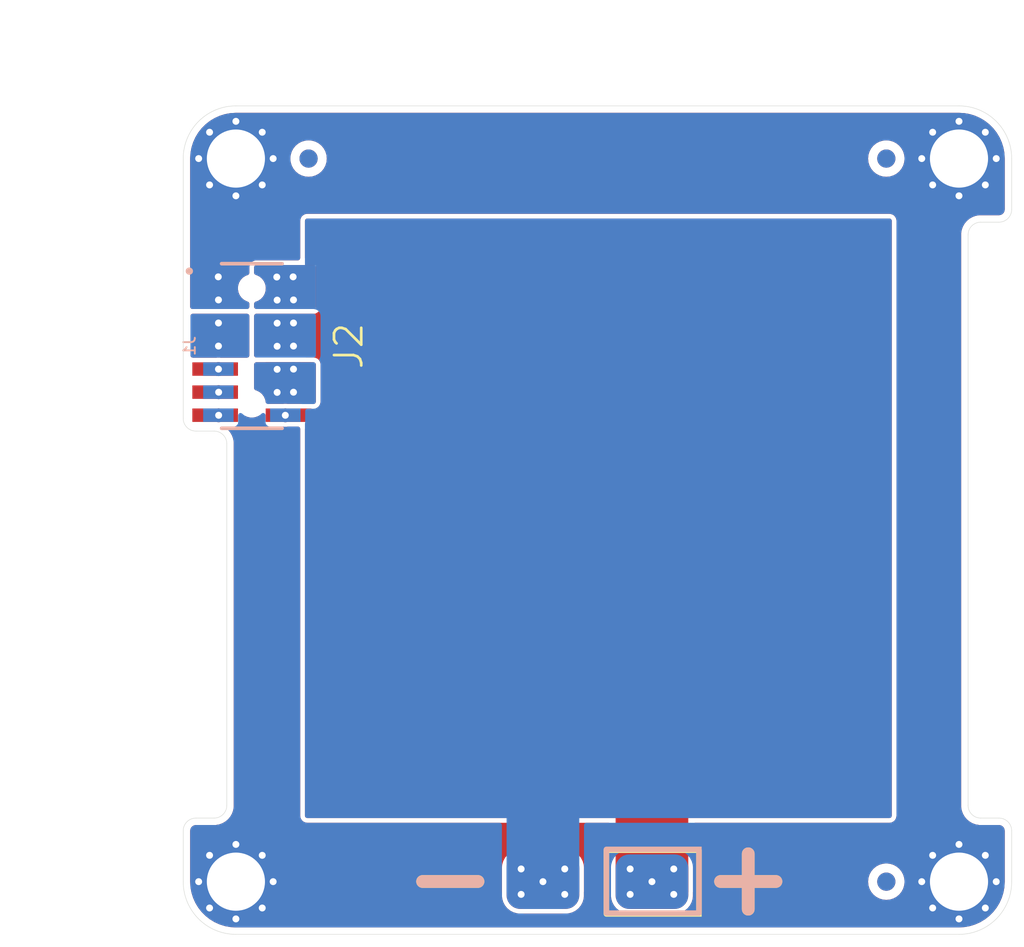
<source format=kicad_pcb>
(kicad_pcb (version 20221018) (generator pcbnew)
  (layers (0 "F.Cu" signal) (31 "B.Cu" signal) (34 "B.Paste" user) (35 "F.Paste" user) (36 "B.SilkS" user "B.Silkscreen") (37 "F.SilkS" user "F.Silkscreen") (38 "B.Mask" user) (39 "F.Mask" user) (44 "Edge.Cuts" user))
  (net 0 "")
  (net 1 "BATT_P_SW")
  (net 2 "BATT_N_SW")
  (net 3 "GND")
  (net 4 "+3V3")
  (net 5 "BATT_P")
  (net 6 "SDA1")
  (net 7 "SCL1")
  (net 8 "COIL5_P")
  (net 9 "COIL5_N")
  (footprint "mainboard:MountingHole" (layer "F.Cu") (at 123.1 85.4 -90)
    (fp_text reference "H2" hide)
    (fp_text value "MountingHole_Pad")
    (pad "1" thru_hole circle (at -2.05 0 270) (size 0.762 0.762) (drill 0.381) (layers "*.Cu" "*.Mask") (net 3 "GND"))
    (pad "1" thru_hole circle (at -1.4495 -1.4495 270) (size 0.762 0.762) (drill 0.381) (layers "*.Cu" "*.Mask") (net 3 "GND"))
    (pad "1" thru_hole circle (at -1.4495 1.4495 270) (size 0.762 0.762) (drill 0.381) (layers "*.Cu" "*.Mask") (net 3 "GND"))
    (pad "1" thru_hole circle (at 0 -2.05 270) (size 0.762 0.762) (drill 0.381) (layers "*.Cu" "*.Mask") (net 3 "GND"))
    (pad "1" thru_hole circle (at 0 0 270) (size 5 5) (drill 3.2) (layers "*.Cu" "*.Mask") (net 3 "GND"))
    (pad "1" thru_hole circle (at 0 2.05 270) (size 0.762 0.762) (drill 0.381) (layers "*.Cu" "*.Mask") (net 3 "GND"))
    (pad "1" thru_hole circle (at 1.4495 -1.4495 270) (size 0.762 0.762) (drill 0.381) (layers "*.Cu" "*.Mask") (net 3 "GND"))
    (pad "1" thru_hole circle (at 1.4495 1.4495 270) (size 0.762 0.762) (drill 0.381) (layers "*.Cu" "*.Mask") (net 3 "GND"))
    (pad "1" thru_hole circle (at 2.05 0 270) (size 0.762 0.762) (drill 0.381) (layers "*.Cu" "*.Mask") (net 3 "GND"))
  )
  (footprint "mainboard:MountingHole" (layer "F.Cu") (at 83.3 85.4 -90)
    (fp_text reference "H3" hide)
    (fp_text value "MountingHole_Pad")
    (pad "1" thru_hole circle (at -2.05 0 270) (size 0.762 0.762) (drill 0.381) (layers "*.Cu" "*.Mask") (net 3 "GND"))
    (pad "1" thru_hole circle (at -1.4495 -1.4495 270) (size 0.762 0.762) (drill 0.381) (layers "*.Cu" "*.Mask") (net 3 "GND"))
    (pad "1" thru_hole circle (at -1.4495 1.4495 270) (size 0.762 0.762) (drill 0.381) (layers "*.Cu" "*.Mask") (net 3 "GND"))
    (pad "1" thru_hole circle (at 0 -2.05 270) (size 0.762 0.762) (drill 0.381) (layers "*.Cu" "*.Mask") (net 3 "GND"))
    (pad "1" thru_hole circle (at 0 0 270) (size 5 5) (drill 3.2) (layers "*.Cu" "*.Mask") (net 3 "GND"))
    (pad "1" thru_hole circle (at 0 2.05 270) (size 0.762 0.762) (drill 0.381) (layers "*.Cu" "*.Mask") (net 3 "GND"))
    (pad "1" thru_hole circle (at 1.4495 -1.4495 270) (size 0.762 0.762) (drill 0.381) (layers "*.Cu" "*.Mask") (net 3 "GND"))
    (pad "1" thru_hole circle (at 1.4495 1.4495 270) (size 0.762 0.762) (drill 0.381) (layers "*.Cu" "*.Mask") (net 3 "GND"))
    (pad "1" thru_hole circle (at 2.05 0 270) (size 0.762 0.762) (drill 0.381) (layers "*.Cu" "*.Mask") (net 3 "GND"))
  )
  (footprint "batteryboard:Battery Pads" (layer "F.Cu") (at 103.2 85.4 180)
    (fp_text reference "J3" hide)
    (fp_text value "Battery Pads")
    (fp_rect (start -5.588 -1.778) (end -0.492 1.73) (stroke (width 0.3)) (fill none) (layer "F.SilkS"))
    (pad "1" smd roundrect (at -3 0 180) (size 4 3) (layers "F.Cu" "F.Paste" "F.Mask") (net 1 "BATT_P_SW"))
    (pad "2" smd roundrect (at 3 0 180) (size 4 3) (layers "F.Cu" "F.Paste" "F.Mask") (net 2 "BATT_N_SW"))
  )
  (footprint "batteryboard:SAMTEC-FTS-107-01-X-DV-A" (layer "F.Cu") (at 84.177987 55.915124 -90)
    (fp_text reference "J2" (at 0 -5.334 90) (layer "F.SilkS") (effects (font (size 1.5 1.5))))
    (fp_text value "FTS-107-01-X-DV-A")
    (pad "" np_thru_hole circle (at -3.175 0 270) (size 1.02 1.02) (drill 1.02) (layers "*.Cu" "*.Mask"))
    (pad "" np_thru_hole circle (at 3.175 0 270) (size 1.02 1.02) (drill 1.02) (layers "*.Cu" "*.Mask"))
    (pad "1" smd rect (at -3.81 2.0203 270) (size 0.74 2.5126) (layers "F.Cu" "F.Paste") (net 3 "GND"))
    (pad "2" smd rect (at -3.81 -2.0193 270) (size 0.74 2.5146) (layers "F.Cu" "F.Paste") (net 2 "BATT_N_SW"))
    (pad "3" smd rect (at -2.54 2.0203 270) (size 0.74 2.5126) (layers "F.Cu" "F.Paste") (net 3 "GND"))
    (pad "4" smd rect (at -2.54 -2.0193 270) (size 0.74 2.5146) (layers "F.Cu" "F.Paste") (net 2 "BATT_N_SW"))
    (pad "5" smd rect (at -1.27 2.0203 270) (size 0.74 2.5126) (layers "F.Cu" "F.Paste") (net 4 "+3V3"))
    (pad "6" smd rect (at -1.27 -2.0193 270) (size 0.74 2.5146) (layers "F.Cu" "F.Paste") (net 1 "BATT_P_SW"))
    (pad "7" smd rect (at 0 2.0193 270) (size 0.74 2.5146) (layers "F.Cu" "F.Paste") (net 4 "+3V3"))
    (pad "8" smd rect (at 0 -2.0193 270) (size 0.74 2.5146) (layers "F.Cu" "F.Paste") (net 1 "BATT_P_SW"))
    (pad "9" smd rect (at 1.27 2.0203 270) (size 0.74 2.5126) (layers "F.Cu" "F.Paste") (net 7 "SCL1"))
    (pad "10" smd rect (at 1.27 -2.0193 270) (size 0.74 2.5146) (layers "F.Cu" "F.Paste") (net 5 "BATT_P"))
    (pad "11" smd rect (at 2.54 2.0203 270) (size 0.74 2.5126) (layers "F.Cu" "F.Paste") (net 6 "SDA1"))
    (pad "12" smd rect (at 2.54 -2.0193 270) (size 0.74 2.5146) (layers "F.Cu" "F.Paste") (net 5 "BATT_P"))
    (pad "13" smd rect (at 3.81 2.0203 270) (size 0.74 2.5126) (layers "F.Cu" "F.Paste") (net 8 "COIL5_P"))
    (pad "14" smd rect (at 3.81 -2.0193 270) (size 0.74 2.5146) (layers "F.Cu" "F.Paste") (net 9 "COIL5_N"))
  )
  (footprint "Fiducial:Fiducial_1mm_Mask2mm" (layer "F.Cu") (at 119.1 85.4)
    (fp_text reference "REF**" hide)
    (fp_text value "Fiducial_1mm_Mask2mm")
    (pad "" smd circle (at 0 0) (size 1 1) (layers "F.Cu" "F.Mask") (clearance 0.5))
  )
  (footprint "custom-footprints:pycubed_mini_half" (layer "F.Cu") (at 103.9 45)
    (fp_text reference "Ref**" hide)
    (fp_text value "Val**" hide)
  )
  (footprint "mainboard:MountingHole" (layer "F.Cu") (at 83.3 45.6 -90)
    (fp_text reference "H4" hide)
    (fp_text value "MountingHole_Pad")
    (pad "1" thru_hole circle (at -2.05 0 270) (size 0.762 0.762) (drill 0.381) (layers "*.Cu" "*.Mask") (net 3 "GND"))
    (pad "1" thru_hole circle (at -1.4495 -1.4495 270) (size 0.762 0.762) (drill 0.381) (layers "*.Cu" "*.Mask") (net 3 "GND"))
    (pad "1" thru_hole circle (at -1.4495 1.4495 270) (size 0.762 0.762) (drill 0.381) (layers "*.Cu" "*.Mask") (net 3 "GND"))
    (pad "1" thru_hole circle (at 0 -2.05 270) (size 0.762 0.762) (drill 0.381) (layers "*.Cu" "*.Mask") (net 3 "GND"))
    (pad "1" thru_hole circle (at 0 0 270) (size 5 5) (drill 3.2) (layers "*.Cu" "*.Mask") (net 3 "GND"))
    (pad "1" thru_hole circle (at 0 2.05 270) (size 0.762 0.762) (drill 0.381) (layers "*.Cu" "*.Mask") (net 3 "GND"))
    (pad "1" thru_hole circle (at 1.4495 -1.4495 270) (size 0.762 0.762) (drill 0.381) (layers "*.Cu" "*.Mask") (net 3 "GND"))
    (pad "1" thru_hole circle (at 1.4495 1.4495 270) (size 0.762 0.762) (drill 0.381) (layers "*.Cu" "*.Mask") (net 3 "GND"))
    (pad "1" thru_hole circle (at 2.05 0 270) (size 0.762 0.762) (drill 0.381) (layers "*.Cu" "*.Mask") (net 3 "GND"))
  )
  (footprint "mainboard:MountingHole" (layer "F.Cu") (at 123.1 45.6 -90)
    (fp_text reference "H1" hide)
    (fp_text value "MountingHole_Pad")
    (pad "1" thru_hole circle (at -2.05 0 270) (size 0.762 0.762) (drill 0.381) (layers "*.Cu" "*.Mask") (net 3 "GND"))
    (pad "1" thru_hole circle (at -1.4495 -1.4495 270) (size 0.762 0.762) (drill 0.381) (layers "*.Cu" "*.Mask") (net 3 "GND"))
    (pad "1" thru_hole circle (at -1.4495 1.4495 270) (size 0.762 0.762) (drill 0.381) (layers "*.Cu" "*.Mask") (net 3 "GND"))
    (pad "1" thru_hole circle (at 0 -2.05 270) (size 0.762 0.762) (drill 0.381) (layers "*.Cu" "*.Mask") (net 3 "GND"))
    (pad "1" thru_hole circle (at 0 0 270) (size 5 5) (drill 3.2) (layers "*.Cu" "*.Mask") (net 3 "GND"))
    (pad "1" thru_hole circle (at 0 2.05 270) (size 0.762 0.762) (drill 0.381) (layers "*.Cu" "*.Mask") (net 3 "GND"))
    (pad "1" thru_hole circle (at 1.4495 -1.4495 270) (size 0.762 0.762) (drill 0.381) (layers "*.Cu" "*.Mask") (net 3 "GND"))
    (pad "1" thru_hole circle (at 1.4495 1.4495 270) (size 0.762 0.762) (drill 0.381) (layers "*.Cu" "*.Mask") (net 3 "GND"))
    (pad "1" thru_hole circle (at 2.05 0 270) (size 0.762 0.762) (drill 0.381) (layers "*.Cu" "*.Mask") (net 3 "GND"))
  )
  (footprint "Fiducial:Fiducial_1mm_Mask2mm" (layer "F.Cu") (at 119.1 45.6)
    (fp_text reference "REF**" hide)
    (fp_text value "Fiducial_1mm_Mask2mm")
    (pad "" smd circle (at 0 0) (size 1 1) (layers "F.Cu" "F.Mask") (clearance 0.5))
  )
  (footprint "Fiducial:Fiducial_1mm_Mask2mm" (layer "F.Cu") (at 87.3 45.6)
    (fp_text reference "REF**" hide)
    (fp_text value "Fiducial_1mm_Mask2mm")
    (pad "" smd circle (at 0 0) (size 1 1) (layers "F.Cu" "F.Mask") (clearance 0.5))
  )
  (footprint "batteryboard:Battery Pads" (layer "B.Cu") (at 103.2 85.4 180)
    (fp_text reference "J4" hide)
    (fp_text value "Battery Pads")
    (fp_rect (start -5.588 1.778) (end -0.492 -1.73) (stroke (width 0.3)) (fill none) (layer "B.SilkS"))
    (pad "1" smd roundrect (at -3 0 180) (size 4 3) (layers "B.Cu" "B.Paste" "B.Mask") (net 1 "BATT_P_SW"))
    (pad "2" smd roundrect (at 3 0 180) (size 4 3) (layers "B.Cu" "B.Paste" "B.Mask") (net 2 "BATT_N_SW"))
  )
  (footprint "Fiducial:Fiducial_1mm_Mask2mm" (layer "B.Cu") (at 87.3 45.6 180)
    (fp_text reference "REF**" hide)
    (fp_text value "Fiducial_1mm_Mask2mm")
    (pad "" smd circle (at 0 0 180) (size 1 1) (layers "B.Cu" "B.Mask") (clearance 0.5))
  )
  (footprint "batteryboard:SAMTEC_FLE-107-01-X-DV-A" (layer "B.Cu") (at 84.177987 55.915124 -90)
    (fp_text reference "J1" (at 0 3.429 90) (layer "B.SilkS") (effects (font (size 0.635 0.635) (thickness 0.1016)) (justify mirror)))
    (fp_text value "FLE-107-01-X-DV-A")
    (fp_line (start -4.53 -1.665) (end -4.53 1.665) (stroke (width 0.2)) (layer "B.SilkS"))
    (fp_line (start 4.53 -1.665) (end 4.53 1.665) (stroke (width 0.2)) (layer "B.SilkS"))
    (fp_circle (center -4.12 3.44) (end -4.02 3.44) (stroke (width 0.2)) (fill none) (layer "B.SilkS"))
    (pad "" np_thru_hole circle (at -3.175 0 270) (size 0.76 0.76) (drill 0.76) (layers "*.Cu" "*.Mask"))
    (pad "" np_thru_hole circle (at 3.175 0 270) (size 0.76 0.76) (drill 0.76) (layers "*.Cu" "*.Mask"))
    (pad "1" smd rect (at -3.81 1.8425 270) (size 0.74 1.675) (layers "B.Cu" "B.Paste" "B.Mask") (net 3 "GND"))
    (pad "2" smd rect (at -3.81 -1.8425 270) (size 0.74 1.675) (layers "B.Cu" "B.Paste" "B.Mask") (net 2 "BATT_N_SW"))
    (pad "3" smd rect (at -2.54 1.8425 270) (size 0.74 1.675) (layers "B.Cu" "B.Paste" "B.Mask") (net 3 "GND"))
    (pad "4" smd rect (at -2.54 -1.8425 270) (size 0.74 1.675) (layers "B.Cu" "B.Paste" "B.Mask") (net 2 "BATT_N_SW"))
    (pad "5" smd rect (at -1.27 1.8425 270) (size 0.74 1.675) (layers "B.Cu" "B.Paste" "B.Mask") (net 4 "+3V3"))
    (pad "6" smd rect (at -1.27 -1.8425 270) (size 0.74 1.675) (layers "B.Cu" "B.Paste" "B.Mask") (net 1 "BATT_P_SW"))
    (pad "7" smd rect (at 0 1.8425 270) (size 0.74 1.675) (layers "B.Cu" "B.Paste" "B.Mask") (net 4 "+3V3"))
    (pad "8" smd rect (at 0 -1.8425 270) (size 0.74 1.675) (layers "B.Cu" "B.Paste" "B.Mask") (net 1 "BATT_P_SW"))
    (pad "9" smd rect (at 1.27 1.8425 270) (size 0.74 1.675) (layers "B.Cu" "B.Paste" "B.Mask") (net 7 "SCL1"))
    (pad "10" smd rect (at 1.27 -1.8425 270) (size 0.74 1.675) (layers "B.Cu" "B.Paste" "B.Mask") (net 5 "BATT_P"))
    (pad "11" smd rect (at 2.54 1.8425 270) (size 0.74 1.675) (layers "B.Cu" "B.Paste" "B.Mask") (net 6 "SDA1"))
    (pad "12" smd rect (at 2.54 -1.8425 270) (size 0.74 1.675) (layers "B.Cu" "B.Paste" "B.Mask") (net 5 "BATT_P"))
    (pad "13" smd rect (at 3.81 1.8425 270) (size 0.74 1.675) (layers "B.Cu" "B.Paste" "B.Mask") (net 8 "COIL5_P"))
    (pad "14" smd rect (at 3.81 -1.8425 270) (size 0.74 1.675) (layers "B.Cu" "B.Paste" "B.Mask") (net 9 "COIL5_N"))
  )
  (footprint "Fiducial:Fiducial_1mm_Mask2mm" (layer "B.Cu") (at 119.1 85.4 180)
    (fp_text reference "REF**" hide)
    (fp_text value "Fiducial_1mm_Mask2mm")
    (pad "" smd circle (at 0 0 180) (size 1 1) (layers "B.Cu" "B.Mask") (clearance 0.5))
  )
  (footprint "Fiducial:Fiducial_1mm_Mask2mm" (layer "B.Cu") (at 119.1 45.6 180)
    (fp_text reference "REF**" hide)
    (fp_text value "Fiducial_1mm_Mask2mm")
    (pad "" smd circle (at 0 0 180) (size 1 1) (layers "B.Cu" "B.Mask") (clearance 0.5))
  )
  (gr_arc (start 82.1 60.6) (mid 82.594975 60.805025) (end 82.8 61.3) (stroke (width 0.0254)) (layer "Edge.Cuts"))
  (gr_arc (start 125.3 81.9) (mid 125.794975 82.105025) (end 126 82.6) (stroke (width 0.0254)) (layer "Edge.Cuts"))
  (gr_line (start 82.1 60.6) (end 81.1 60.6) (stroke (width 0.0254)) (layer "Edge.Cuts"))
  (gr_line (start 80.4 82.6) (end 80.4 85.400003) (stroke (width 0.0254)) (layer "Edge.Cuts"))
  (gr_line (start 123.6 81.2) (end 123.6 49.8) (stroke (width 0.0254)) (layer "Edge.Cuts"))
  (gr_line (start 125.3 81.9) (end 124.3 81.9) (stroke (width 0.0254)) (layer "Edge.Cuts"))
  (gr_arc (start 126 85.400006) (mid 125.150608 87.450612) (end 123.1 88.3) (stroke (width 0.0254)) (layer "Edge.Cuts"))
  (gr_line (start 123.1 42.7) (end 83.3 42.7) (stroke (width 0.0254)) (layer "Edge.Cuts"))
  (gr_arc (start 123.1 42.7) (mid 125.150612 43.549392) (end 126 45.600006) (stroke (width 0.0254)) (layer "Edge.Cuts"))
  (gr_line (start 80.4 59.9) (end 80.4 45.6) (stroke (width 0.0254)) (layer "Edge.Cuts"))
  (gr_line (start 82.8 81.2) (end 82.8 61.3) (stroke (width 0.0254)) (layer "Edge.Cuts"))
  (gr_arc (start 126 48.4) (mid 125.794975 48.894975) (end 125.3 49.1) (stroke (width 0.0254)) (layer "Edge.Cuts"))
  (gr_arc (start 80.4 82.6) (mid 80.605025 82.105025) (end 81.1 81.9) (stroke (width 0.0254)) (layer "Edge.Cuts"))
  (gr_line (start 124.3 49.1) (end 125.3 49.1) (stroke (width 0.0254)) (layer "Edge.Cuts"))
  (gr_arc (start 83.3 88.3) (mid 81.249391 87.450611) (end 80.4 85.400003) (stroke (width 0.0254)) (layer "Edge.Cuts"))
  (gr_arc (start 123.6 49.8) (mid 123.805025 49.305025) (end 124.3 49.1) (stroke (width 0.0254)) (layer "Edge.Cuts"))
  (gr_line (start 81.1 81.9) (end 82.1 81.9) (stroke (width 0.0254)) (layer "Edge.Cuts"))
  (gr_line (start 126 48.4) (end 126 45.600006) (stroke (width 0.0254)) (layer "Edge.Cuts"))
  (gr_arc (start 124.3 81.9) (mid 123.805025 81.694975) (end 123.6 81.2) (stroke (width 0.0254)) (layer "Edge.Cuts"))
  (gr_arc (start 82.8 81.2) (mid 82.594975 81.694975) (end 82.1 81.9) (stroke (width 0.0254)) (layer "Edge.Cuts"))
  (gr_line (start 126 85.400006) (end 126 82.6) (stroke (width 0.0254)) (layer "Edge.Cuts"))
  (gr_arc (start 80.4 45.6) (mid 81.24939 43.54939) (end 83.3 42.7) (stroke (width 0.0254)) (layer "Edge.Cuts"))
  (gr_arc (start 81.1 60.6) (mid 80.605025 60.394975) (end 80.4 59.9) (stroke (width 0.0254)) (layer "Edge.Cuts"))
  (gr_line (start 123.1 88.3) (end 83.3 88.3) (stroke (width 0.0254)) (layer "Edge.Cuts"))
  (gr_text "+" (at 111.5 85.1) (layer "B.SilkS") (effects (font (size 4 4) (thickness 0.7)) (justify mirror)))
  (gr_text "-" (at 95.1 85.1) (layer "B.SilkS") (effects (font (size 4 4) (thickness 0.7)) (justify mirror)))
  (gr_text "+" (at 111.5 85.1) (layer "F.SilkS") (effects (font (size 4 4) (thickness 0.7)) (justify mirror)))
  (gr_text "-" (at 95.1 85.1) (layer "F.SilkS") (effects (font (size 4 4) (thickness 0.7)) (justify mirror)))
  (via (at 86.47 55.92) (size 0.762) (drill 0.381) (layers "F.Cu" "B.Cu") (net 1))
  (via (at 107.4 86.1) (size 0.762) (drill 0.381) (layers "F.Cu" "B.Cu") (net 1))
  (via (at 105 84.7) (size 0.762) (drill 0.381) (layers "F.Cu" "B.Cu") (net 1))
  (via (at 85.57 54.66) (size 0.762) (drill 0.381) (layers "F.Cu" "B.Cu") (net 1))
  (via (at 105 86.1) (size 0.762) (drill 0.381) (layers "F.Cu" "B.Cu") (net 1))
  (via (at 107.4 84.7) (size 0.762) (drill 0.381) (layers "F.Cu" "B.Cu") (net 1))
  (via (at 85.57 55.93) (size 0.762) (drill 0.381) (layers "F.Cu" "B.Cu") (net 1))
  (via (at 106.2 85.4) (size 0.762) (drill 0.381) (layers "F.Cu" "B.Cu") (net 1))
  (via (at 86.47 54.65) (size 0.762) (drill 0.381) (layers "F.Cu" "B.Cu") (net 1))
  (via (at 101.4 86.1) (size 0.762) (drill 0.381) (layers "F.Cu" "B.Cu") (net 2))
  (via (at 99 84.7) (size 0.762) (drill 0.381) (layers "F.Cu" "B.Cu") (net 2))
  (via (at 101.4 84.7) (size 0.762) (drill 0.381) (layers "F.Cu" "B.Cu") (net 2))
  (via (at 85.55 52.12) (size 0.762) (drill 0.381) (layers "F.Cu" "B.Cu") (net 2))
  (via (at 85.57 53.39) (size 0.762) (drill 0.381) (layers "F.Cu" "B.Cu") (net 2))
  (via (at 86.47 53.38) (size 0.762) (drill 0.381) (layers "F.Cu" "B.Cu") (net 2))
  (via (at 86.45 52.11) (size 0.762) (drill 0.381) (layers "F.Cu" "B.Cu") (net 2))
  (via (at 100.2 85.4) (size 0.762) (drill 0.381) (layers "F.Cu" "B.Cu") (net 2))
  (via (at 99 86.1) (size 0.762) (drill 0.381) (layers "F.Cu" "B.Cu") (net 2))
  (via (at 82.34 53.38) (size 0.762) (drill 0.381) (layers "F.Cu" "B.Cu") (net 3))
  (via (at 82.33 52.11) (size 0.762) (drill 0.381) (layers "F.Cu" "B.Cu") (net 3))
  (via (at 82.34 55.92) (size 0.762) (drill 0.381) (layers "F.Cu" "B.Cu") (net 4))
  (via (at 82.34 54.65) (size 0.762) (drill 0.381) (layers "F.Cu" "B.Cu") (net 4))
  (via (at 85.57 58.47) (size 0.762) (drill 0.381) (layers "F.Cu" "B.Cu") (net 5))
  (via (at 85.57 57.2) (size 0.762) (drill 0.381) (layers "F.Cu" "B.Cu") (net 5))
  (via (at 86.47 57.19) (size 0.762) (drill 0.381) (layers "F.Cu" "B.Cu") (net 5))
  (via (at 86.47 58.46) (size 0.762) (drill 0.381) (layers "F.Cu" "B.Cu") (net 5))
  (via (at 82.35 58.46) (size 0.762) (drill 0.381) (layers "F.Cu" "B.Cu") (net 6))
  (via (at 82.34 57.19) (size 0.762) (drill 0.381) (layers "F.Cu" "B.Cu") (net 7))
  (via (at 82.35 59.73) (size 0.762) (drill 0.381) (layers "F.Cu" "B.Cu") (net 8))
  (via (at 86.02 59.73) (size 0.762) (drill 0.381) (layers "F.Cu" "B.Cu") (net 9))
  (zone (net 1) (net_name "BATT_P_SW") (layer "F.Cu") (priority 1) (connect_pads yes (clearance 0)) (min_thickness 0.254) (fill yes (thermal_gap 0.508) (thermal_bridge_width 0.508))
    (polygon (pts (xy 119.4 81.9) (xy 108.2 81.9) (xy 108.2 86) (xy 107.4 86.9) (xy 105 86.9) (xy 104.2 86) (xy 104.2 81.9) (xy 87.1 81.9) (xy 87.1 48.9) (xy 119.4 48.9)))
  )
  (zone (net 1) (net_name "BATT_P_SW") (layer "F.Cu") (priority 2) (connect_pads yes (clearance 0)) (min_thickness 0.254) (fill yes (thermal_gap 0.508) (thermal_bridge_width 0.508))
    (polygon (pts (xy 87.7 56.55) (xy 84.3 56.55) (xy 84.3 54.14) (xy 87.7 54.14)))
  )
  (zone (net 4) (net_name "+3V3") (layer "F.Cu") (priority 2) (connect_pads yes (clearance 0)) (min_thickness 0.254) (fill yes (thermal_gap 0.508) (thermal_bridge_width 0.508))
    (polygon (pts (xy 84.04 56.56) (xy 80.8 56.56) (xy 80.8 54.14) (xy 84.04 54.14)))
  )
  (zone (net 2) (net_name "BATT_N_SW") (layer "F.Cu") (priority 2) (connect_pads yes (clearance 0)) (min_thickness 0.254) (fill yes (thermal_gap 0.508) (thermal_bridge_width 0.508))
    (polygon (pts (xy 87.7 53.88) (xy 84.3 53.88) (xy 84.3 51.46) (xy 87.7 51.46)))
  )
  (zone (net 5) (net_name "BATT_P") (layers "F&B.Cu") (priority 2) (connect_pads yes (clearance 0)) (min_thickness 0.254) (fill yes (thermal_gap 0.508) (thermal_bridge_width 0.508))
    (polygon (pts (xy 87.7 59.11) (xy 84.3 59.11) (xy 84.3 56.81) (xy 87.7 56.81)))
  )
  (zone (net 3) (net_name "GND") (layers "F&B.Cu") (connect_pads yes (clearance 0)) (min_thickness 0.254) (fill yes (thermal_gap 0.508) (thermal_bridge_width 0.508))
    (polygon (pts (xy 126.7 89) (xy 79.7 89) (xy 79.7 42) (xy 126.7 42)))
  )
  (zone (net 4) (net_name "+3V3") (layer "B.Cu") (priority 1) (connect_pads yes (clearance 0)) (min_thickness 0.254) (fill yes (thermal_gap 0.508) (thermal_bridge_width 0.508))
    (polygon (pts (xy 84.04 56.56) (xy 80.8 56.56) (xy 80.8 54.14) (xy 84.04 54.14)))
  )
  (zone (net 2) (net_name "BATT_N_SW") (layer "B.Cu") (priority 1) (connect_pads yes (clearance 0)) (min_thickness 0.254) (fill yes (thermal_gap 0.508) (thermal_bridge_width 0.508))
    (polygon (pts (xy 87.1 81.9) (xy 98.2 81.9) (xy 98.2 86) (xy 99.1 86.9) (xy 101.3 86.9) (xy 102.2 86) (xy 102.2 81.9) (xy 119.4 81.9) (xy 119.4 48.9) (xy 87.1 48.9)))
  )
  (zone (net 1) (net_name "BATT_P_SW") (layer "B.Cu") (priority 2) (connect_pads yes (clearance 0)) (min_thickness 0.254) (fill yes (thermal_gap 0.508) (thermal_bridge_width 0.508))
    (polygon (pts (xy 87.7 56.55) (xy 84.3 56.55) (xy 84.3 54.14) (xy 87.7 54.14)))
  )
  (zone (net 2) (net_name "BATT_N_SW") (layer "B.Cu") (priority 2) (connect_pads yes (clearance 0)) (min_thickness 0.254) (fill yes (thermal_gap 0.508) (thermal_bridge_width 0.508))
    (polygon (pts (xy 87.7 53.88) (xy 84.3 53.88) (xy 84.3 51.46) (xy 87.7 51.46)))
  )
)
</source>
